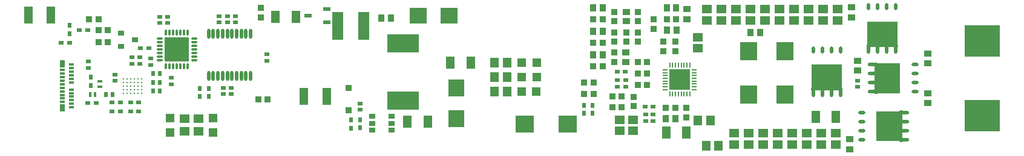
<source format=gtp>
G04*
G04 #@! TF.GenerationSoftware,Altium Limited,Altium Designer,19.0.15 (446)*
G04*
G04 Layer_Color=8421504*
%FSLAX23Y23*%
%MOIN*%
G70*
G01*
G75*
%ADD18O,0.018X0.055*%
%ADD19O,0.008X0.028*%
%ADD20O,0.028X0.008*%
%ADD21R,0.118X0.118*%
%ADD22C,0.010*%
%ADD23R,0.037X0.026*%
%ADD24R,0.041X0.024*%
%ADD25R,0.045X0.053*%
%ADD26R,0.039X0.035*%
%ADD27R,0.037X0.033*%
%ADD28R,0.030X0.024*%
%ADD29R,0.025X0.024*%
%ADD30R,0.055X0.051*%
%ADD31O,0.055X0.020*%
%ADD32O,0.039X0.020*%
%ADD33R,0.096X0.100*%
%ADD34R,0.035X0.039*%
%ADD35R,0.033X0.037*%
%ADD36O,0.020X0.055*%
%ADD37O,0.020X0.039*%
%ADD38R,0.047X0.065*%
%ADD39R,0.100X0.096*%
%ADD40R,0.197X0.177*%
%ADD41R,0.024X0.030*%
%ADD42R,0.016X0.028*%
%ADD43R,0.028X0.016*%
%ADD44R,0.045X0.098*%
%ADD45R,0.051X0.071*%
%ADD46R,0.059X0.157*%
%ADD47R,0.096X0.085*%
%ADD48R,0.035X0.031*%
%ADD49R,0.024X0.025*%
%ADD50R,0.047X0.047*%
%ADD51R,0.047X0.047*%
%ADD52R,0.053X0.045*%
%ADD53O,0.012X0.037*%
%ADD54O,0.037X0.012*%
%ADD55R,0.132X0.132*%
%ADD56R,0.028X0.012*%
%ADD57R,0.028X0.039*%
%ADD58R,0.177X0.102*%
%ADD59R,0.085X0.096*%
%ADD60R,0.037X0.035*%
G36*
X5223Y1019D02*
X5223Y1018D01*
X5223Y1015D01*
X5224Y1013D01*
X5226Y1010D01*
X5227Y1009D01*
Y998D01*
X5053D01*
Y1009D01*
X5053D01*
X5054Y1010D01*
X5056Y1013D01*
X5057Y1015D01*
X5057Y1018D01*
X5057Y1019D01*
Y1139D01*
X5223D01*
Y1019D01*
D02*
G37*
G36*
X4918Y780D02*
X4918Y779D01*
X4918Y776D01*
X4919Y774D01*
X4921Y771D01*
X4922Y771D01*
Y759D01*
X4748D01*
Y771D01*
X4748D01*
X4749Y771D01*
X4751Y774D01*
X4752Y776D01*
X4752Y779D01*
X4752Y780D01*
Y900D01*
X4918D01*
Y780D01*
D02*
G37*
G36*
X5110Y911D02*
X5113Y909D01*
X5115Y908D01*
X5118Y908D01*
X5119Y908D01*
X5239D01*
Y742D01*
X5119D01*
X5118Y742D01*
X5115Y742D01*
X5113Y741D01*
X5110Y739D01*
X5109Y738D01*
X5098Y738D01*
Y912D01*
X5109D01*
X5110Y911D01*
D02*
G37*
G36*
X5250Y473D02*
X5238D01*
X5237Y474D01*
X5235Y476D01*
X5233Y477D01*
X5230Y477D01*
X5229Y477D01*
X5109D01*
Y643D01*
X5229D01*
X5230Y643D01*
X5233Y643D01*
X5235Y644D01*
X5237Y646D01*
X5238Y647D01*
X5250D01*
Y473D01*
D02*
G37*
D18*
X1661Y1070D02*
D03*
X1635D02*
D03*
X1610D02*
D03*
X1584D02*
D03*
X1559D02*
D03*
X1533D02*
D03*
X1507D02*
D03*
X1482D02*
D03*
X1456D02*
D03*
X1431D02*
D03*
X1661Y838D02*
D03*
X1635D02*
D03*
X1610D02*
D03*
X1584D02*
D03*
X1559D02*
D03*
X1533D02*
D03*
X1507D02*
D03*
X1482D02*
D03*
X1456D02*
D03*
X1431D02*
D03*
D19*
X4080Y897D02*
D03*
X4065D02*
D03*
X4049D02*
D03*
X4033D02*
D03*
X4017D02*
D03*
X4002D02*
D03*
X3986D02*
D03*
X3970D02*
D03*
Y737D02*
D03*
X3986D02*
D03*
X4002D02*
D03*
X4017D02*
D03*
X4033D02*
D03*
X4049D02*
D03*
X4065D02*
D03*
X4080D02*
D03*
D20*
X3946Y872D02*
D03*
Y856D02*
D03*
Y841D02*
D03*
Y825D02*
D03*
Y809D02*
D03*
Y794D02*
D03*
Y778D02*
D03*
Y762D02*
D03*
X4105D02*
D03*
Y778D02*
D03*
Y794D02*
D03*
Y809D02*
D03*
Y825D02*
D03*
Y841D02*
D03*
Y856D02*
D03*
Y872D02*
D03*
D21*
X4025Y817D02*
D03*
D22*
X1061Y742D02*
D03*
X1041D02*
D03*
X1021D02*
D03*
X1002D02*
D03*
X982D02*
D03*
X962D02*
D03*
X1061Y762D02*
D03*
X1041D02*
D03*
X1021D02*
D03*
X1002D02*
D03*
X982D02*
D03*
X962D02*
D03*
X1061Y782D02*
D03*
X1041D02*
D03*
X1021D02*
D03*
X1002D02*
D03*
X982D02*
D03*
X962D02*
D03*
X1061Y801D02*
D03*
X1041D02*
D03*
X1021D02*
D03*
X1002D02*
D03*
X982D02*
D03*
X962D02*
D03*
X1061Y821D02*
D03*
X1041D02*
D03*
X1021D02*
D03*
X1002D02*
D03*
X982D02*
D03*
X962D02*
D03*
D23*
X2439Y615D02*
D03*
Y576D02*
D03*
Y537D02*
D03*
X2331D02*
D03*
Y576D02*
D03*
Y615D02*
D03*
D24*
X1978Y1172D02*
D03*
X2082Y1209D02*
D03*
Y1135D02*
D03*
D25*
X4194Y590D02*
D03*
X4126D02*
D03*
X4171Y453D02*
D03*
X4239D02*
D03*
X3006Y750D02*
D03*
X3075D02*
D03*
X3006Y910D02*
D03*
X3075D02*
D03*
X3006Y830D02*
D03*
X3075D02*
D03*
D26*
X3727Y915D02*
D03*
Y968D02*
D03*
X5005Y922D02*
D03*
Y868D02*
D03*
X4960Y433D02*
D03*
Y487D02*
D03*
X4065Y1207D02*
D03*
Y1153D02*
D03*
X4970Y1217D02*
D03*
Y1163D02*
D03*
X3730Y1140D02*
D03*
Y1193D02*
D03*
X5390Y742D02*
D03*
Y688D02*
D03*
Y908D02*
D03*
Y961D02*
D03*
D27*
X3666Y916D02*
D03*
Y967D02*
D03*
X3936Y976D02*
D03*
Y1027D02*
D03*
X4060Y661D02*
D03*
Y609D02*
D03*
X3770Y721D02*
D03*
Y670D02*
D03*
X3880Y1151D02*
D03*
Y1099D02*
D03*
X3795Y1192D02*
D03*
Y1141D02*
D03*
X3665Y1141D02*
D03*
Y1192D02*
D03*
Y1078D02*
D03*
Y1027D02*
D03*
X3730Y1078D02*
D03*
Y1027D02*
D03*
X3794Y1079D02*
D03*
Y1027D02*
D03*
X4001Y976D02*
D03*
Y1027D02*
D03*
X1718Y1163D02*
D03*
Y1215D02*
D03*
D28*
X3680Y862D02*
D03*
X3725D02*
D03*
X3833Y667D02*
D03*
X3879D02*
D03*
X766Y687D02*
D03*
X812D02*
D03*
X1100Y992D02*
D03*
X1054D02*
D03*
X663Y1022D02*
D03*
X617D02*
D03*
X717Y1092D02*
D03*
X763D02*
D03*
X1000Y641D02*
D03*
X1045D02*
D03*
X1001Y691D02*
D03*
X1046D02*
D03*
X897Y641D02*
D03*
X943D02*
D03*
X897Y691D02*
D03*
X943D02*
D03*
D29*
X3680Y814D02*
D03*
Y779D02*
D03*
X3878Y624D02*
D03*
Y589D02*
D03*
X5005Y812D02*
D03*
Y778D02*
D03*
X3837Y624D02*
D03*
Y589D02*
D03*
X3727Y814D02*
D03*
Y779D02*
D03*
X1752Y957D02*
D03*
Y922D02*
D03*
X1224Y793D02*
D03*
Y828D02*
D03*
X1052Y940D02*
D03*
Y905D02*
D03*
X767Y917D02*
D03*
Y882D02*
D03*
X1556Y737D02*
D03*
Y771D02*
D03*
X1511Y737D02*
D03*
Y771D02*
D03*
X1578Y1169D02*
D03*
Y1134D02*
D03*
X1533Y1169D02*
D03*
Y1134D02*
D03*
X1488Y1169D02*
D03*
Y1134D02*
D03*
X1205Y1165D02*
D03*
Y1130D02*
D03*
X1160Y1165D02*
D03*
Y1130D02*
D03*
X1110Y934D02*
D03*
Y899D02*
D03*
X915Y811D02*
D03*
Y845D02*
D03*
X1007Y905D02*
D03*
Y940D02*
D03*
X2265Y650D02*
D03*
Y685D02*
D03*
D30*
X4125Y1053D02*
D03*
Y990D02*
D03*
X3769Y596D02*
D03*
Y534D02*
D03*
X3695Y596D02*
D03*
Y534D02*
D03*
X4656Y1209D02*
D03*
Y1146D02*
D03*
X4736Y1209D02*
D03*
Y1146D02*
D03*
X4816Y1209D02*
D03*
Y1146D02*
D03*
X4896Y1209D02*
D03*
Y1146D02*
D03*
X4176Y1209D02*
D03*
Y1146D02*
D03*
X4256Y1209D02*
D03*
Y1146D02*
D03*
X4336Y1209D02*
D03*
Y1146D02*
D03*
X4416Y1209D02*
D03*
Y1146D02*
D03*
X4496Y1209D02*
D03*
Y1146D02*
D03*
X4576Y1209D02*
D03*
Y1146D02*
D03*
X4886Y457D02*
D03*
Y520D02*
D03*
X4806Y457D02*
D03*
Y520D02*
D03*
X4726Y457D02*
D03*
Y520D02*
D03*
X4646Y457D02*
D03*
Y520D02*
D03*
X4566Y457D02*
D03*
Y520D02*
D03*
X4486Y457D02*
D03*
Y520D02*
D03*
X4406Y457D02*
D03*
Y520D02*
D03*
X4326Y457D02*
D03*
Y520D02*
D03*
D31*
X5088Y750D02*
D03*
Y800D02*
D03*
Y850D02*
D03*
Y900D02*
D03*
X5260Y635D02*
D03*
Y585D02*
D03*
Y535D02*
D03*
Y485D02*
D03*
D32*
X5320Y900D02*
D03*
Y850D02*
D03*
Y800D02*
D03*
Y750D02*
D03*
X5028Y485D02*
D03*
Y535D02*
D03*
Y585D02*
D03*
Y635D02*
D03*
D33*
X4605Y736D02*
D03*
Y974D02*
D03*
X4405Y736D02*
D03*
Y974D02*
D03*
D34*
X4467Y1078D02*
D03*
X4413D02*
D03*
X3548Y1085D02*
D03*
X3602D02*
D03*
X3548Y954D02*
D03*
X3602D02*
D03*
Y1215D02*
D03*
X3548D02*
D03*
X3953Y1090D02*
D03*
X4007D02*
D03*
X4006Y1215D02*
D03*
X3953D02*
D03*
X4002Y601D02*
D03*
X3949D02*
D03*
X2435Y1157D02*
D03*
X2381D02*
D03*
D35*
X3549Y893D02*
D03*
X3601D02*
D03*
X3549Y1150D02*
D03*
X3601D02*
D03*
X4001Y661D02*
D03*
X3949D02*
D03*
X3654Y664D02*
D03*
X3706D02*
D03*
X4006Y1152D02*
D03*
X3954D02*
D03*
X3706Y726D02*
D03*
X3655D02*
D03*
X3548Y1022D02*
D03*
X3600D02*
D03*
X3846Y915D02*
D03*
X3794D02*
D03*
X3846Y851D02*
D03*
X3794D02*
D03*
X3846Y788D02*
D03*
X3794D02*
D03*
X772Y1151D02*
D03*
X824D02*
D03*
X824Y1092D02*
D03*
X876D02*
D03*
X825Y1026D02*
D03*
X876D02*
D03*
X3499Y739D02*
D03*
X3551D02*
D03*
X3499Y803D02*
D03*
X3551D02*
D03*
X1754Y709D02*
D03*
X1703D02*
D03*
D36*
X4910Y749D02*
D03*
X4860D02*
D03*
X4810D02*
D03*
X4760D02*
D03*
X5215Y988D02*
D03*
X5165D02*
D03*
X5115D02*
D03*
X5065D02*
D03*
D37*
X4760Y981D02*
D03*
X4810D02*
D03*
X4860D02*
D03*
X4910D02*
D03*
X5065Y1220D02*
D03*
X5115D02*
D03*
X5165D02*
D03*
X5215D02*
D03*
D38*
X4060Y525D02*
D03*
X3950D02*
D03*
X4775Y613D02*
D03*
X4885D02*
D03*
D39*
X3409Y570D02*
D03*
X3171D02*
D03*
D40*
X5690Y618D02*
D03*
Y1032D02*
D03*
D41*
X3544Y676D02*
D03*
Y630D02*
D03*
X3497D02*
D03*
Y676D02*
D03*
X780Y831D02*
D03*
Y785D02*
D03*
X1382Y769D02*
D03*
Y724D02*
D03*
X1431Y769D02*
D03*
Y724D02*
D03*
X665Y1072D02*
D03*
Y1118D02*
D03*
X2265Y595D02*
D03*
Y550D02*
D03*
X2215Y549D02*
D03*
Y594D02*
D03*
D42*
X806Y736D02*
D03*
X778D02*
D03*
D43*
X831Y779D02*
D03*
Y807D02*
D03*
D44*
X562Y1176D02*
D03*
X438D02*
D03*
X1956Y724D02*
D03*
X2080D02*
D03*
D45*
X1798Y1165D02*
D03*
X1912D02*
D03*
X2762Y910D02*
D03*
X2876D02*
D03*
X2637Y586D02*
D03*
X2523D02*
D03*
D46*
X2142Y1115D02*
D03*
X2284D02*
D03*
D47*
X2755Y1170D02*
D03*
X2585D02*
D03*
D48*
X1026Y1037D02*
D03*
X948Y1000D02*
D03*
Y1074D02*
D03*
D49*
X1160Y852D02*
D03*
X1125D02*
D03*
X900Y736D02*
D03*
X865D02*
D03*
X1125Y801D02*
D03*
X1160D02*
D03*
X1125Y754D02*
D03*
X1160D02*
D03*
D50*
X3236Y750D02*
D03*
X3154D02*
D03*
X3237Y910D02*
D03*
X3154D02*
D03*
X3237Y830D02*
D03*
X3154D02*
D03*
D51*
X1455Y606D02*
D03*
Y524D02*
D03*
X1218Y606D02*
D03*
Y524D02*
D03*
D52*
X1375Y600D02*
D03*
Y531D02*
D03*
X1298Y600D02*
D03*
Y531D02*
D03*
D53*
X1314Y1079D02*
D03*
X1294D02*
D03*
X1275D02*
D03*
X1255D02*
D03*
X1235D02*
D03*
X1216D02*
D03*
X1196D02*
D03*
Y890D02*
D03*
X1216D02*
D03*
X1235D02*
D03*
X1255D02*
D03*
X1275D02*
D03*
X1294D02*
D03*
X1314D02*
D03*
D54*
X1161Y1044D02*
D03*
Y1024D02*
D03*
Y1004D02*
D03*
Y985D02*
D03*
Y965D02*
D03*
Y945D02*
D03*
Y925D02*
D03*
X1350D02*
D03*
Y945D02*
D03*
Y965D02*
D03*
Y985D02*
D03*
Y1004D02*
D03*
Y1024D02*
D03*
Y1044D02*
D03*
D55*
X1255Y985D02*
D03*
D56*
X625Y792D02*
D03*
Y871D02*
D03*
Y851D02*
D03*
Y832D02*
D03*
Y812D02*
D03*
Y773D02*
D03*
Y753D02*
D03*
Y733D02*
D03*
Y714D02*
D03*
Y694D02*
D03*
X676Y763D02*
D03*
Y664D02*
D03*
Y684D02*
D03*
Y704D02*
D03*
Y724D02*
D03*
Y743D02*
D03*
Y901D02*
D03*
Y802D02*
D03*
Y822D02*
D03*
Y842D02*
D03*
Y861D02*
D03*
Y881D02*
D03*
D57*
X625Y905D02*
D03*
X625Y661D02*
D03*
D58*
X2500Y1018D02*
D03*
Y703D02*
D03*
D59*
X2795Y601D02*
D03*
Y770D02*
D03*
D60*
X2200Y773D02*
D03*
Y649D02*
D03*
M02*

</source>
